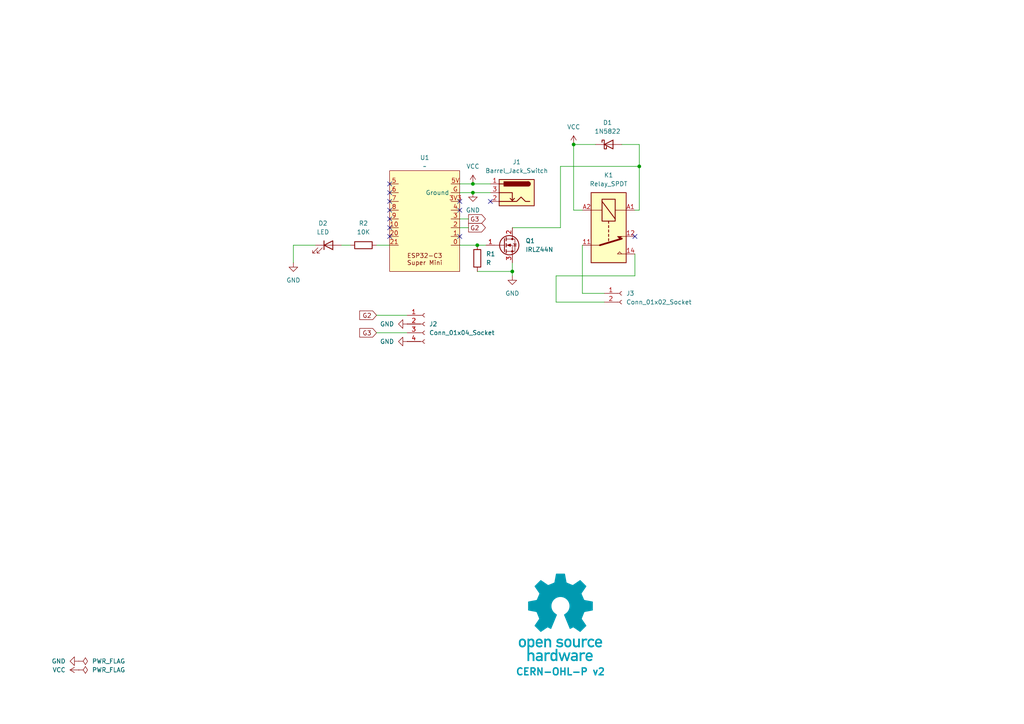
<source format=kicad_sch>
(kicad_sch (version 20231120) (generator "eeschema") (generator_version "8.0")
  (paper "A4")
  (lib_symbols
    (symbol "Connector:Barrel_Jack_Switch" (pin_names hide)
      (property "Reference" "J" (at 0 5.334 0))
      (property "Value" "Barrel_Jack_Switch" (at 0 -5.08 0))
      (symbol "Barrel_Jack_Switch_0_1"
        (rectangle (start -5.08 3.81) (end 5.08 -3.81) (stroke (width 0.254)) (fill (type background)))
        (arc (start -3.302 3.175) (mid -3.9343 2.54) (end -3.302 1.905) (stroke (width 0.254)))
        (arc (start -3.302 3.175) (mid -3.9343 2.54) (end -3.302 1.905) (stroke (width 0.254)) (fill (type outline)))
        (polyline (pts (xy 1.27 -2.286) (xy 1.905 -1.651)) (stroke (width 0.254)))
        (polyline (pts (xy 5.08 2.54) (xy 3.81 2.54)) (stroke (width 0.254)))
        (polyline (pts (xy 5.08 0) (xy 1.27 0) (xy 1.27 -2.286) (xy 0.635 -1.651)) (stroke (width 0.254)))
        (polyline (pts (xy -3.81 -2.54) (xy -2.54 -2.54) (xy -1.27 -1.27) (xy 0 -2.54) (xy 2.54 -2.54) (xy 5.08 -2.54)) (stroke (width 0.254)))
        (rectangle (start 3.683 3.175) (end -3.302 1.905) (stroke (width 0.254)) (fill (type outline)))
      )
      (symbol "Barrel_Jack_Switch_1_1"
        (pin passive line (at 7.62 2.54 180) (length 2.54) (name "~") (number "1"))
        (pin passive line (at 7.62 -2.54 180) (length 2.54) (name "~") (number "2"))
        (pin passive line (at 7.62 0 180) (length 2.54) (name "~") (number "3"))
      )
    )
    (symbol "Connector:Conn_01x02_Socket" (pin_names (offset 1.016) hide)
      (property "Reference" "J" (at 0 2.54 0))
      (property "Value" "Conn_01x02_Socket" (at 0 -5.08 0))
      (symbol "Conn_01x02_Socket_1_1"
        (arc (start 0 -2.032) (mid -0.5058 -2.54) (end 0 -3.048) (stroke (width 0.1524)))
        (polyline (pts (xy -1.27 -2.54) (xy -0.508 -2.54)) (stroke (width 0.1524)))
        (polyline (pts (xy -1.27 0) (xy -0.508 0)) (stroke (width 0.1524)))
        (arc (start 0 0.508) (mid -0.5058 0) (end 0 -0.508) (stroke (width 0.1524)))
        (pin passive line (at -5.08 0 0) (length 3.81) (name "Pin_1") (number "1"))
        (pin passive line (at -5.08 -2.54 0) (length 3.81) (name "Pin_2") (number "2"))
      )
    )
    (symbol "Connector:Conn_01x04_Socket" (pin_names (offset 1.016) hide)
      (property "Reference" "J" (at 0 5.08 0))
      (property "Value" "Conn_01x04_Socket" (at 0 -7.62 0))
      (symbol "Conn_01x04_Socket_1_1"
        (arc (start 0 -4.572) (mid -0.5058 -5.08) (end 0 -5.588) (stroke (width 0.1524)))
        (arc (start 0 -2.032) (mid -0.5058 -2.54) (end 0 -3.048) (stroke (width 0.1524)))
        (polyline (pts (xy -1.27 -5.08) (xy -0.508 -5.08)) (stroke (width 0.1524)))
        (polyline (pts (xy -1.27 -2.54) (xy -0.508 -2.54)) (stroke (width 0.1524)))
        (polyline (pts (xy -1.27 0) (xy -0.508 0)) (stroke (width 0.1524)))
        (polyline (pts (xy -1.27 2.54) (xy -0.508 2.54)) (stroke (width 0.1524)))
        (arc (start 0 0.508) (mid -0.5058 0) (end 0 -0.508) (stroke (width 0.1524)))
        (arc (start 0 3.048) (mid -0.5058 2.54) (end 0 2.032) (stroke (width 0.1524)))
        (pin passive line (at -5.08 2.54 0) (length 3.81) (name "Pin_1") (number "1"))
        (pin passive line (at -5.08 0 0) (length 3.81) (name "Pin_2") (number "2"))
        (pin passive line (at -5.08 -2.54 0) (length 3.81) (name "Pin_3") (number "3"))
        (pin passive line (at -5.08 -5.08 0) (length 3.81) (name "Pin_4") (number "4"))
      )
    )
    (symbol "Device:LED" (pin_numbers hide) (pin_names (offset 1.016) hide)
      (property "Reference" "D" (at 0 2.54 0))
      (property "Value" "LED" (at 0 -2.54 0))
      (symbol "LED_0_1"
        (polyline (pts (xy -1.27 -1.27) (xy -1.27 1.27)) (stroke (width 0.254)))
        (polyline (pts (xy -1.27 0) (xy 1.27 0)))
        (polyline (pts (xy 1.27 -1.27) (xy 1.27 1.27) (xy -1.27 0) (xy 1.27 -1.27)) (stroke (width 0.254)))
        (polyline (pts (xy -3.048 -0.762) (xy -4.572 -2.286) (xy -3.81 -2.286) (xy -4.572 -2.286) (xy -4.572 -1.524)))
        (polyline (pts (xy -1.778 -0.762) (xy -3.302 -2.286) (xy -2.54 -2.286) (xy -3.302 -2.286) (xy -3.302 -1.524)))
      )
      (symbol "LED_1_1"
        (pin passive line (at -3.81 0 0) (length 2.54) (name "K") (number "1"))
        (pin passive line (at 3.81 0 180) (length 2.54) (name "A") (number "2"))
      )
    )
    (symbol "Device:R" (pin_numbers hide) (pin_names (offset 0))
      (property "Reference" "R" (at 2.032 0 90))
      (property "Value" "R" (at 0 0 90))
      (symbol "R_0_1"
        (rectangle (start -1.016 -2.54) (end 1.016 2.54) (stroke (width 0.254)))
      )
      (symbol "R_1_1"
        (pin passive line (at 0 3.81 270) (length 1.27) (name "~") (number "1"))
        (pin passive line (at 0 -3.81 90) (length 1.27) (name "~") (number "2"))
      )
    )
    (symbol "Diode:1N5822" (pin_numbers hide) (pin_names (offset 1.016) hide)
      (property "Reference" "D" (at 0 2.54 0))
      (property "Value" "1N5822" (at 0 -2.54 0))
      (symbol "1N5822_0_1"
        (polyline (pts (xy 1.27 0) (xy -1.27 0)))
        (polyline (pts (xy 1.27 1.27) (xy 1.27 -1.27) (xy -1.27 0) (xy 1.27 1.27)) (stroke (width 0.254)))
        (polyline (pts (xy -1.905 0.635) (xy -1.905 1.27) (xy -1.27 1.27) (xy -1.27 -1.27) (xy -0.635 -1.27) (xy -0.635 -0.635)) (stroke (width 0.254)))
      )
      (symbol "1N5822_1_1"
        (pin passive line (at -3.81 0 0) (length 2.54) (name "K") (number "1"))
        (pin passive line (at 3.81 0 180) (length 2.54) (name "A") (number "2"))
      )
    )
    (symbol "Relay:Relay_SPDT"
      (property "Reference" "K" (at 11.43 3.81 0))
      (property "Value" "Relay_SPDT" (at 11.43 1.27 0))
      (symbol "Relay_SPDT_0_0"
        (polyline (pts (xy 7.62 5.08) (xy 7.62 2.54) (xy 6.985 3.175) (xy 7.62 3.81)))
      )
      (symbol "Relay_SPDT_0_1"
        (rectangle (start -10.16 5.08) (end 10.16 -5.08) (stroke (width 0.254)) (fill (type background)))
        (rectangle (start -8.255 1.905) (end -1.905 -1.905) (stroke (width 0.254)))
        (polyline (pts (xy -7.62 -1.905) (xy -2.54 1.905)) (stroke (width 0.254)))
        (polyline (pts (xy -5.08 -5.08) (xy -5.08 -1.905)))
        (polyline (pts (xy -5.08 5.08) (xy -5.08 1.905)))
        (polyline (pts (xy -1.905 0) (xy -1.27 0)) (stroke (width 0.254)))
        (polyline (pts (xy -0.635 0) (xy 0 0)) (stroke (width 0.254)))
        (polyline (pts (xy 0.635 0) (xy 1.27 0)) (stroke (width 0.254)))
        (polyline (pts (xy 1.905 0) (xy 2.54 0)) (stroke (width 0.254)))
        (polyline (pts (xy 3.175 0) (xy 3.81 0)) (stroke (width 0.254)))
        (polyline (pts (xy 5.08 -2.54) (xy 3.175 3.81)) (stroke (width 0.508)))
        (polyline (pts (xy 5.08 -2.54) (xy 5.08 -5.08)))
        (polyline (pts (xy 2.54 5.08) (xy 2.54 2.54) (xy 3.175 3.175) (xy 2.54 3.81)) (fill (type outline)))
      )
      (symbol "Relay_SPDT_1_1"
        (pin passive line (at 5.08 -7.62 90) (length 2.54) (name "~") (number "11"))
        (pin passive line (at 2.54 7.62 270) (length 2.54) (name "~") (number "12"))
        (pin passive line (at 7.62 7.62 270) (length 2.54) (name "~") (number "14"))
        (pin passive line (at -5.08 7.62 270) (length 2.54) (name "~") (number "A1"))
        (pin passive line (at -5.08 -7.62 90) (length 2.54) (name "~") (number "A2"))
      )
    )
    (symbol "Transistor_FET:IRLZ44N" (pin_names hide)
      (property "Reference" "Q" (at 5.08 1.905 0))
      (property "Value" "IRLZ44N" (at 5.08 0 0))
      (symbol "IRLZ44N_0_1"
        (polyline (pts (xy 0.254 0) (xy -2.54 0)))
        (polyline (pts (xy 0.254 1.905) (xy 0.254 -1.905)) (stroke (width 0.254)))
        (polyline (pts (xy 0.762 -1.27) (xy 0.762 -2.286)) (stroke (width 0.254)))
        (polyline (pts (xy 0.762 0.508) (xy 0.762 -0.508)) (stroke (width 0.254)))
        (polyline (pts (xy 0.762 2.286) (xy 0.762 1.27)) (stroke (width 0.254)))
        (polyline (pts (xy 2.54 2.54) (xy 2.54 1.778)))
        (polyline (pts (xy 2.54 -2.54) (xy 2.54 0) (xy 0.762 0)))
        (polyline (pts (xy 0.762 -1.778) (xy 3.302 -1.778) (xy 3.302 1.778) (xy 0.762 1.778)))
        (polyline (pts (xy 1.016 0) (xy 2.032 0.381) (xy 2.032 -0.381) (xy 1.016 0)) (fill (type outline)))
        (polyline (pts (xy 2.794 0.508) (xy 2.921 0.381) (xy 3.683 0.381) (xy 3.81 0.254)))
        (polyline (pts (xy 3.302 0.381) (xy 2.921 -0.254) (xy 3.683 -0.254) (xy 3.302 0.381)))
        (circle (center 1.651 0) (radius 2.794) (stroke (width 0.254)))
        (circle (center 2.54 -1.778) (radius 0.254) (fill (type outline)))
        (circle (center 2.54 1.778) (radius 0.254) (fill (type outline)))
      )
      (symbol "IRLZ44N_1_1"
        (pin input line (at -5.08 0 0) (length 2.54) (name "G") (number "1"))
        (pin passive line (at 2.54 5.08 270) (length 2.54) (name "D") (number "2"))
        (pin passive line (at 2.54 -5.08 90) (length 2.54) (name "S") (number "3"))
      )
    )
    (symbol "aliexpress:ESP32-C3-Super-Mini"
      (property "Reference" "U" (at 0 0 0))
      (symbol "ESP32-C3-Super-Mini_0_1"
        (rectangle (start -10.16 1.27) (end 10.16 -27.94) (fill (type background)))
      )
      (symbol "ESP32-C3-Super-Mini_1_1"
        (text_box "ESP32-C3\nSuper Mini" (at -7.62 -21.59 0) (size 15.24 -5.08) (stroke (width -0.0001)) (effects (font (size 1.27 1.27)) (justify top)))
        (pin passive line (at 10.16 -20.32 180) (length 2.54) (name "") (number "0"))
        (pin passive line (at 10.16 -17.78 180) (length 2.54) (name "") (number "1"))
        (pin passive line (at -10.16 -15.24 0) (length 2.54) (name "") (number "10"))
        (pin passive line (at 10.16 -15.24 180) (length 2.54) (name "") (number "2"))
        (pin passive line (at -10.16 -17.78 0) (length 2.54) (name "") (number "20"))
        (pin passive line (at -10.16 -20.32 0) (length 2.54) (name "") (number "21"))
        (pin passive line (at 10.16 -12.7 180) (length 2.54) (name "") (number "3"))
        (pin power_in line (at 10.16 -7.62 180) (length 2.54) (name "") (number "3V3"))
        (pin passive line (at 10.16 -10.16 180) (length 2.54) (name "") (number "4"))
        (pin passive line (at -10.16 -2.54 0) (length 2.54) (name "") (number "5"))
        (pin power_in line (at 10.16 -2.54 180) (length 2.54) (name "") (number "5V"))
        (pin passive line (at -10.16 -5.08 0) (length 2.54) (name "") (number "6"))
        (pin passive line (at -10.16 -7.62 0) (length 2.54) (name "") (number "7"))
        (pin passive line (at -10.16 -10.16 0) (length 2.54) (name "") (number "8"))
        (pin passive line (at -10.16 -12.7 0) (length 2.54) (name "") (number "9"))
        (pin power_in line (at 10.16 -5.08 180) (length 2.54) (name "Ground") (number "G"))
      )
    )
    (symbol "power:GND" (power) (pin_numbers hide) (pin_names (offset 0) hide)
      (property "Value" "GND" (at 0 -3.81 0))
      (symbol "GND_0_1"
        (polyline (pts (xy 0 0) (xy 0 -1.27) (xy 1.27 -1.27) (xy 0 -2.54) (xy -1.27 -1.27) (xy 0 -1.27)))
      )
      (symbol "GND_1_1"
        (pin power_in line (at 0 0 270) (length 0) (name "~") (number "1"))
      )
    )
    (symbol "power:PWR_FLAG" (power) (pin_numbers hide) (pin_names (offset 0) hide)
      (property "Value" "PWR_FLAG" (at 0 3.81 0))
      (symbol "PWR_FLAG_0_0"
        (pin power_out line (at 0 0 90) (length 0) (name "~") (number "1"))
      )
      (symbol "PWR_FLAG_0_1"
        (polyline (pts (xy 0 0) (xy 0 1.27) (xy -1.016 1.905) (xy 0 2.54) (xy 1.016 1.905) (xy 0 1.27)))
      )
    )
    (symbol "power:VCC" (power) (pin_numbers hide) (pin_names (offset 0) hide)
      (property "Value" "VCC" (at 0 3.556 0))
      (symbol "VCC_0_1"
        (polyline (pts (xy -0.762 1.27) (xy 0 2.54)))
        (polyline (pts (xy 0 0) (xy 0 2.54)))
        (polyline (pts (xy 0 2.54) (xy 0.762 1.27)))
      )
      (symbol "VCC_1_1"
        (pin power_in line (at 0 0 90) (length 0) (name "~") (number "1"))
      )
    )
  )
  (junction (at 137.16 55.88))
  (junction (at 148.59 78.74))
  (junction (at 166.37 41.91))
  (junction (at 138.43 71.12))
  (junction (at 137.16 53.34))
  (junction (at 185.42 48.26))
  (no_connect (at 133.35 58.42))
  (no_connect (at 133.35 60.96))
  (no_connect (at 113.03 63.5))
  (no_connect (at 133.35 68.58))
  (no_connect (at 113.03 53.34))
  (no_connect (at 184.15 68.58))
  (no_connect (at 113.03 55.88))
  (no_connect (at 113.03 68.58))
  (no_connect (at 113.03 66.04))
  (no_connect (at 113.03 58.42))
  (no_connect (at 113.03 60.96))
  (no_connect (at 142.24 58.42))
  (wire (pts (xy 175.26 85.09) (xy 168.91 85.09)))
  (wire (pts (xy 162.56 66.04) (xy 162.56 48.26)))
  (wire (pts (xy 148.59 78.74) (xy 148.59 76.2)))
  (wire (pts (xy 85.09 71.12) (xy 91.44 71.12)))
  (wire (pts (xy 148.59 80.01) (xy 148.59 78.74)))
  (wire (pts (xy 135.89 66.04) (xy 133.35 66.04)))
  (wire (pts (xy 118.11 96.52) (xy 109.22 96.52)))
  (wire (pts (xy 133.35 71.12) (xy 138.43 71.12)))
  (wire (pts (xy 137.16 55.88) (xy 142.24 55.88)))
  (wire (pts (xy 138.43 78.74) (xy 148.59 78.74)))
  (wire (pts (xy 166.37 60.96) (xy 166.37 41.91)))
  (wire (pts (xy 135.89 63.5) (xy 133.35 63.5)))
  (wire (pts (xy 185.42 41.91) (xy 185.42 48.26)))
  (wire (pts (xy 184.15 80.01) (xy 161.29 80.01)))
  (wire (pts (xy 118.11 91.44) (xy 109.22 91.44)))
  (wire (pts (xy 180.34 41.91) (xy 185.42 41.91)))
  (wire (pts (xy 85.09 76.2) (xy 85.09 71.12)))
  (wire (pts (xy 161.29 80.01) (xy 161.29 87.63)))
  (wire (pts (xy 148.59 66.04) (xy 162.56 66.04)))
  (wire (pts (xy 137.16 53.34) (xy 142.24 53.34)))
  (wire (pts (xy 185.42 48.26) (xy 185.42 60.96)))
  (wire (pts (xy 161.29 87.63) (xy 175.26 87.63)))
  (wire (pts (xy 185.42 60.96) (xy 184.15 60.96)))
  (wire (pts (xy 166.37 41.91) (xy 172.72 41.91)))
  (wire (pts (xy 138.43 71.12) (xy 140.97 71.12)))
  (wire (pts (xy 133.35 55.88) (xy 137.16 55.88)))
  (wire (pts (xy 109.22 71.12) (xy 113.03 71.12)))
  (wire (pts (xy 168.91 85.09) (xy 168.91 71.12)))
  (wire (pts (xy 133.35 53.34) (xy 137.16 53.34)))
  (wire (pts (xy 184.15 73.66) (xy 184.15 80.01)))
  (wire (pts (xy 168.91 60.96) (xy 166.37 60.96)))
  (wire (pts (xy 99.06 71.12) (xy 101.6 71.12)))
  (wire (pts (xy 162.56 48.26) (xy 185.42 48.26)))
  (image (at 162.56 179.07) (scale 0.37481))
  (text "CERN-OHL-P v2" (at 162.56 195.072 0) (effects (font (size 2 2) (thickness 0.4) (bold yes))))
  (global_label "G3" (shape output) (at 135.89 63.5 0) (property "Intersheetrefs" "${INTERSHEET_REFS}" (effects (hide yes))))
  (global_label "G2" (shape output) (at 135.89 66.04 0) (property "Intersheetrefs" "${INTERSHEET_REFS}" (effects (hide yes))))
  (global_label "G2" (shape input) (at 109.22 91.44 180) (property "Intersheetrefs" "${INTERSHEET_REFS}" (effects (hide yes))))
  (global_label "G3" (shape input) (at 109.22 96.52 180) (property "Intersheetrefs" "${INTERSHEET_REFS}" (effects (hide yes))))
  (symbol (lib_id "Diode:1N5822") (at 176.53 41.91 0) (unit 1)
    (property "Reference" "D1" (at 176.2125 35.56 0))
    (property "Value" "1N5822" (at 176.2125 38.1 0))
    (property "Footprint" "Diode_THT:D_DO-201AD_P15.24mm_Horizontal" (effects (hide yes)))
    (property "Datasheet" "http://www.vishay.com/docs/88526/1n5820.pdf" (effects (hide yes)))
    (property "Description" "40V 3A Schottky Barrier Rectifier Diode, DO-201AD" (effects (hide yes)))
  )
  (symbol (lib_id "Connector:Conn_01x04_Socket") (at 123.19 93.98 0) (unit 1)
    (property "Reference" "J2" (at 124.46 93.9799 0) (effects (justify left)))
    (property "Value" "Conn_01x04_Socket" (at 124.46 96.5199 0) (effects (justify left)))
    (property "Footprint" "TerminalBlock_Phoenix:TerminalBlock_Phoenix_MKDS-1,5-4-5.08_1x04_P5.08mm_Horizontal" (effects (hide yes)))
    (property "Description" "Generic connector, single row, 01x04, script generated" (effects (hide yes)))
  )
  (symbol (lib_id "aliexpress:ESP32-C3-Super-Mini") (at 123.19 50.8 0) (unit 1)
    (property "Reference" "U1" (at 123.19 45.72 0))
    (property "Value" "~" (at 123.19 48.26 0))
    (property "Footprint" "aliexpress:ESP32-C3-Super-Mini-Pins" (effects (hide yes)))
  )
  (symbol (lib_id "Device:R") (at 138.43 74.93 180) (unit 1)
    (property "Reference" "R1" (at 140.97 73.6599 0) (effects (justify right)))
    (property "Value" "R" (at 140.97 76.1999 0) (effects (justify right)))
    (property "Footprint" "Resistor_THT:R_Axial_DIN0204_L3.6mm_D1.6mm_P7.62mm_Horizontal" (effects (hide yes)))
    (property "Description" "Resistor" (effects (hide yes)))
  )
  (symbol (lib_id "power:VCC") (at 22.86 194.31 90) (unit 1)
    (property "Reference" "#PWR01" (effects (hide yes)))
    (property "Value" "VCC" (at 19.05 194.3099 90) (effects (justify left)))
    (property "Description" "Power symbol creates a global label with name \"VCC\"" (effects (hide yes)))
  )
  (symbol (lib_id "power:PWR_FLAG") (at 22.86 191.77 270) (unit 1)
    (property "Reference" "#FLG01" (effects (hide yes)))
    (property "Value" "PWR_FLAG" (at 26.67 191.7699 90) (effects (justify left)))
    (property "Description" "Special symbol for telling ERC where power comes from" (effects (hide yes)))
  )
  (symbol (lib_id "Transistor_FET:IRLZ44N") (at 146.05 71.12 0) (unit 1)
    (property "Reference" "Q1" (at 152.4 69.8499 0) (effects (justify left)))
    (property "Value" "IRLZ44N" (at 152.4 72.3899 0) (effects (justify left)))
    (property "Footprint" "Package_TO_SOT_THT:TO-220-3_Vertical" (effects (hide yes)))
    (property "Datasheet" "http://www.irf.com/product-info/datasheets/data/irlz44n.pdf" (effects (hide yes)))
    (property "Description" "47A Id, 55V Vds, 22mOhm Rds Single N-Channel HEXFET Power MOSFET, TO-220AB" (effects (hide yes)))
  )
  (symbol (lib_id "power:VCC") (at 166.37 41.91 0) (unit 1)
    (property "Reference" "#PWR07" (effects (hide yes)))
    (property "Value" "VCC" (at 166.37 36.83 0))
    (property "Description" "Power symbol creates a global label with name \"VCC\"" (effects (hide yes)))
  )
  (symbol (lib_id "power:PWR_FLAG") (at 22.86 194.31 270) (unit 1)
    (property "Reference" "#FLG02" (effects (hide yes)))
    (property "Value" "PWR_FLAG" (at 26.67 194.3099 90) (effects (justify left)))
    (property "Description" "Special symbol for telling ERC where power comes from" (effects (hide yes)))
  )
  (symbol (lib_id "power:GND") (at 85.09 76.2 0) (unit 1)
    (property "Reference" "#PWR09" (effects (hide yes)))
    (property "Value" "GND" (at 85.09 81.28 0))
    (property "Description" "Power symbol creates a global label with name \"GND\" , ground" (effects (hide yes)))
  )
  (symbol (lib_id "power:GND") (at 148.59 80.01 0) (unit 1)
    (property "Reference" "#PWR08" (effects (hide yes)))
    (property "Value" "GND" (at 148.59 85.09 0))
    (property "Description" "Power symbol creates a global label with name \"GND\" , ground" (effects (hide yes)))
  )
  (symbol (lib_id "power:GND") (at 137.16 55.88 0) (unit 1)
    (property "Reference" "#PWR04" (effects (hide yes)))
    (property "Value" "GND" (at 137.16 60.96 0))
    (property "Description" "Power symbol creates a global label with name \"GND\" , ground" (effects (hide yes)))
  )
  (symbol (lib_id "Device:LED") (at 95.25 71.12 0) (unit 1)
    (property "Reference" "D2" (at 93.6625 64.77 0))
    (property "Value" "LED" (at 93.6625 67.31 0))
    (property "Footprint" "custom:LED_0805_2012Metric_Pad1.15x1.40mm_HandSolder_simple" (effects (hide yes)))
    (property "Description" "Light emitting diode" (effects (hide yes)))
  )
  (symbol (lib_id "power:GND") (at 118.11 99.06 270) (unit 1)
    (property "Reference" "#PWR05" (effects (hide yes)))
    (property "Value" "GND" (at 114.3 99.0599 90) (effects (justify right)))
    (property "Description" "Power symbol creates a global label with name \"GND\" , ground" (effects (hide yes)))
  )
  (symbol (lib_id "power:GND") (at 22.86 191.77 270) (unit 1)
    (property "Reference" "#PWR02" (effects (hide yes)))
    (property "Value" "GND" (at 19.05 191.7699 90) (effects (justify right)))
    (property "Description" "Power symbol creates a global label with name \"GND\" , ground" (effects (hide yes)))
  )
  (symbol (lib_id "Relay:Relay_SPDT") (at 176.53 66.04 270) (unit 1)
    (property "Reference" "K1" (at 176.53 50.8 90))
    (property "Value" "Relay_SPDT" (at 176.53 53.34 90))
    (property "Footprint" "Relay_THT:Relay_SPDT_Hongfa_HF3F-L-xx-1ZL1T" (effects (hide yes)))
    (property "Description" "Monostable Relay SPDT, EN50005" (effects (hide yes)))
  )
  (symbol (lib_id "Device:R") (at 105.41 71.12 270) (unit 1)
    (property "Reference" "R2" (at 105.41 64.77 90))
    (property "Value" "10K" (at 105.41 67.31 90))
    (property "Footprint" "Resistor_SMD:R_0805_2012Metric_Pad1.20x1.40mm_HandSolder" (effects (hide yes)))
    (property "Description" "Resistor" (effects (hide yes)))
  )
  (symbol (lib_id "power:GND") (at 118.11 93.98 270) (unit 1)
    (property "Reference" "#PWR06" (effects (hide yes)))
    (property "Value" "GND" (at 114.3 93.9799 90) (effects (justify right)))
    (property "Description" "Power symbol creates a global label with name \"GND\" , ground" (effects (hide yes)))
  )
  (symbol (lib_id "Connector:Conn_01x02_Socket") (at 180.34 85.09 0) (unit 1)
    (property "Reference" "J3" (at 181.61 85.0899 0) (effects (justify left)))
    (property "Value" "Conn_01x02_Socket" (at 181.61 87.6299 0) (effects (justify left)))
    (property "Footprint" "TerminalBlock_Phoenix:TerminalBlock_Phoenix_MKDS-1,5-2-5.08_1x02_P5.08mm_Horizontal" (effects (hide yes)))
    (property "Description" "Generic connector, single row, 01x02, script generated" (effects (hide yes)))
  )
  (symbol (lib_id "Connector:Barrel_Jack_Switch") (at 149.86 55.88 0) (mirror y) (unit 1)
    (property "Reference" "J1" (at 149.86 46.99 0))
    (property "Value" "Barrel_Jack_Switch" (at 149.86 49.53 0))
    (property "Footprint" "Connector_BarrelJack:BarrelJack_CLIFF_FC681465S_SMT_Horizontal" (effects (hide yes)))
    (property "Description" "DC Barrel Jack with an internal switch" (effects (hide yes)))
  )
  (symbol (lib_id "power:VCC") (at 137.16 53.34 0) (unit 1)
    (property "Reference" "#PWR03" (effects (hide yes)))
    (property "Value" "VCC" (at 137.16 48.26 0))
    (property "Description" "Power symbol creates a global label with name \"VCC\"" (effects (hide yes)))
  )
)
</source>
